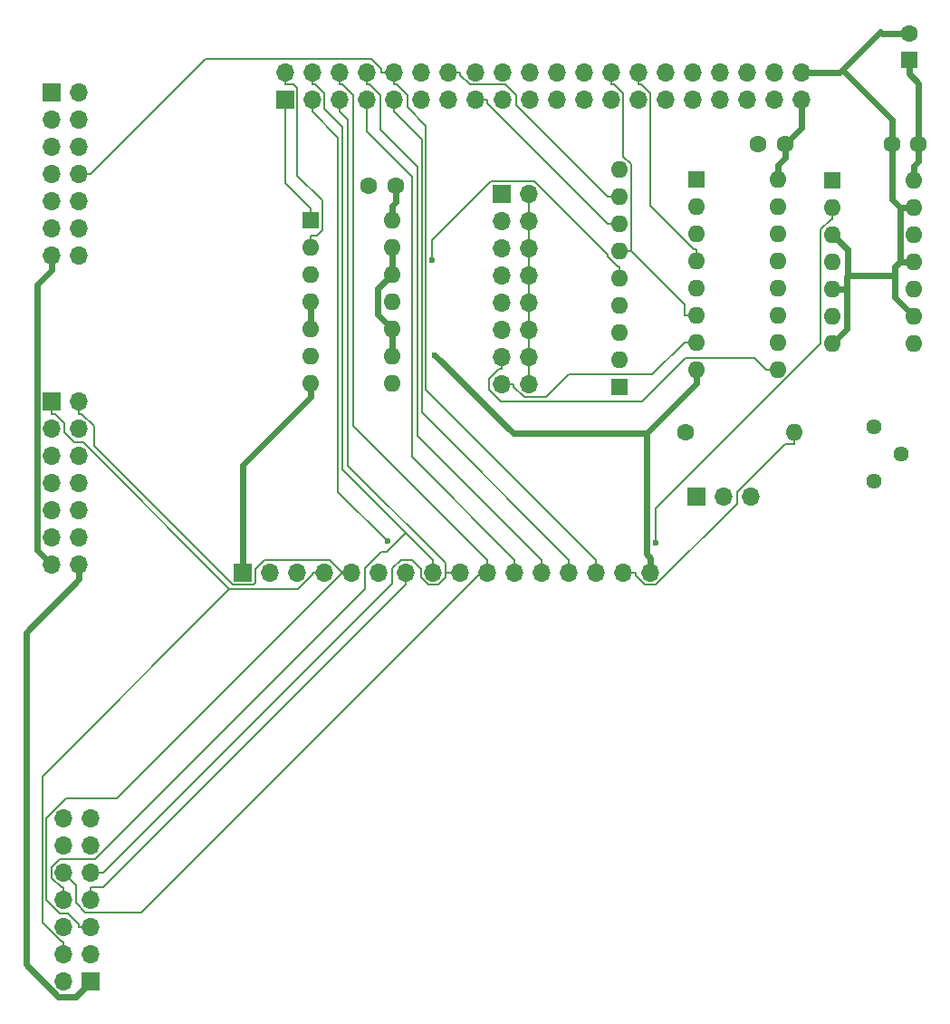
<source format=gbl>
G04 #@! TF.GenerationSoftware,KiCad,Pcbnew,(7.0.0-0)*
G04 #@! TF.CreationDate,2023-03-24T11:35:07+09:00*
G04 #@! TF.ProjectId,K68-SC1602,4b36382d-5343-4313-9630-322e6b696361,rev?*
G04 #@! TF.SameCoordinates,PX5f5e100PY8f0d180*
G04 #@! TF.FileFunction,Copper,L2,Bot*
G04 #@! TF.FilePolarity,Positive*
%FSLAX46Y46*%
G04 Gerber Fmt 4.6, Leading zero omitted, Abs format (unit mm)*
G04 Created by KiCad (PCBNEW (7.0.0-0)) date 2023-03-24 11:35:07*
%MOMM*%
%LPD*%
G01*
G04 APERTURE LIST*
G04 #@! TA.AperFunction,ComponentPad*
%ADD10R,1.600000X1.600000*%
G04 #@! TD*
G04 #@! TA.AperFunction,ComponentPad*
%ADD11O,1.600000X1.600000*%
G04 #@! TD*
G04 #@! TA.AperFunction,ComponentPad*
%ADD12R,1.700000X1.700000*%
G04 #@! TD*
G04 #@! TA.AperFunction,ComponentPad*
%ADD13O,1.700000X1.700000*%
G04 #@! TD*
G04 #@! TA.AperFunction,ComponentPad*
%ADD14C,1.600000*%
G04 #@! TD*
G04 #@! TA.AperFunction,ComponentPad*
%ADD15C,1.440000*%
G04 #@! TD*
G04 #@! TA.AperFunction,ViaPad*
%ADD16C,0.600000*%
G04 #@! TD*
G04 #@! TA.AperFunction,Conductor*
%ADD17C,0.600000*%
G04 #@! TD*
G04 #@! TA.AperFunction,Conductor*
%ADD18C,0.200000*%
G04 #@! TD*
G04 APERTURE END LIST*
D10*
X57249999Y60324999D03*
D11*
X57249999Y62864999D03*
X57249999Y65404999D03*
X57249999Y67944999D03*
X57249999Y70484999D03*
X57249999Y73024999D03*
X57249999Y75564999D03*
X57249999Y78104999D03*
X57249999Y80644999D03*
D12*
X64444999Y50024999D03*
D13*
X66984999Y50024999D03*
X69524999Y50024999D03*
D14*
X82750000Y83000000D03*
X85250000Y83000000D03*
D15*
X81100000Y51500000D03*
X83640000Y54040000D03*
X81100000Y56580000D03*
D14*
X63445000Y56025000D03*
D11*
X73604999Y56024999D03*
D14*
X70250000Y83000000D03*
X72750000Y83000000D03*
D10*
X84389999Y90849499D03*
D14*
X84390000Y93349500D03*
D12*
X4219999Y87779999D03*
D13*
X6759999Y87779999D03*
X4219999Y85239999D03*
X6759999Y85239999D03*
X4219999Y82699999D03*
X6759999Y82699999D03*
X4219999Y80159999D03*
X6759999Y80159999D03*
X4219999Y77619999D03*
X6759999Y77619999D03*
X4219999Y75079999D03*
X6759999Y75079999D03*
X4219999Y72539999D03*
X6759999Y72539999D03*
D10*
X28379999Y75899999D03*
D11*
X28379999Y73359999D03*
X28379999Y70819999D03*
X28379999Y68279999D03*
X28379999Y65739999D03*
X28379999Y63199999D03*
X28379999Y60659999D03*
X35999999Y60659999D03*
X35999999Y63199999D03*
X35999999Y65739999D03*
X35999999Y68279999D03*
X35999999Y70819999D03*
X35999999Y73359999D03*
X35999999Y75899999D03*
D12*
X46259999Y78339999D03*
D13*
X48799999Y78339999D03*
X46259999Y75799999D03*
X48799999Y75799999D03*
X46259999Y73259999D03*
X48799999Y73259999D03*
X46259999Y70719999D03*
X48799999Y70719999D03*
X46259999Y68179999D03*
X48799999Y68179999D03*
X46259999Y65639999D03*
X48799999Y65639999D03*
X46259999Y63099999D03*
X48799999Y63099999D03*
X46259999Y60559999D03*
X48799999Y60559999D03*
D10*
X64449999Y79699999D03*
D11*
X64449999Y77159999D03*
X64449999Y74619999D03*
X64449999Y72079999D03*
X64449999Y69539999D03*
X64449999Y66999999D03*
X64449999Y64459999D03*
X64449999Y61919999D03*
X72069999Y61919999D03*
X72069999Y64459999D03*
X72069999Y66999999D03*
X72069999Y69539999D03*
X72069999Y72079999D03*
X72069999Y74619999D03*
X72069999Y77159999D03*
X72069999Y79699999D03*
D12*
X22069999Y42969999D03*
D13*
X24609999Y42969999D03*
X27149999Y42969999D03*
X29689999Y42969999D03*
X32229999Y42969999D03*
X34769999Y42969999D03*
X37309999Y42969999D03*
X39849999Y42969999D03*
X42389999Y42969999D03*
X44929999Y42969999D03*
X47469999Y42969999D03*
X50009999Y42969999D03*
X52549999Y42969999D03*
X55089999Y42969999D03*
X57629999Y42969999D03*
X60169999Y42969999D03*
D12*
X26019999Y87159999D03*
D13*
X26019999Y89699999D03*
X28559999Y87159999D03*
X28559999Y89699999D03*
X31099999Y87159999D03*
X31099999Y89699999D03*
X33639999Y87159999D03*
X33639999Y89699999D03*
X36179999Y87159999D03*
X36179999Y89699999D03*
X38719999Y87159999D03*
X38719999Y89699999D03*
X41259999Y87159999D03*
X41259999Y89699999D03*
X43799999Y87159999D03*
X43799999Y89699999D03*
X46339999Y87159999D03*
X46339999Y89699999D03*
X48879999Y87159999D03*
X48879999Y89699999D03*
X51419999Y87159999D03*
X51419999Y89699999D03*
X53959999Y87159999D03*
X53959999Y89699999D03*
X56499999Y87159999D03*
X56499999Y89699999D03*
X59039999Y87159999D03*
X59039999Y89699999D03*
X61579999Y87159999D03*
X61579999Y89699999D03*
X64119999Y87159999D03*
X64119999Y89699999D03*
X66659999Y87159999D03*
X66659999Y89699999D03*
X69199999Y87159999D03*
X69199999Y89699999D03*
X71739999Y87159999D03*
X71739999Y89699999D03*
X74279999Y87159999D03*
X74279999Y89699999D03*
D12*
X4219999Y58909999D03*
D13*
X6759999Y58909999D03*
X4219999Y56369999D03*
X6759999Y56369999D03*
X4219999Y53829999D03*
X6759999Y53829999D03*
X4219999Y51289999D03*
X6759999Y51289999D03*
X4219999Y48749999D03*
X6759999Y48749999D03*
X4219999Y46209999D03*
X6759999Y46209999D03*
X4219999Y43669999D03*
X6759999Y43669999D03*
D14*
X33850000Y79100000D03*
X36350000Y79100000D03*
D10*
X77199999Y79624999D03*
D11*
X77199999Y77084999D03*
X77199999Y74544999D03*
X77199999Y72004999D03*
X77199999Y69464999D03*
X77199999Y66924999D03*
X77199999Y64384999D03*
X84819999Y64384999D03*
X84819999Y66924999D03*
X84819999Y69464999D03*
X84819999Y72004999D03*
X84819999Y74544999D03*
X84819999Y77084999D03*
X84819999Y79624999D03*
D12*
X7869999Y4749999D03*
D13*
X5329999Y4749999D03*
X7869999Y7289999D03*
X5329999Y7289999D03*
X7869999Y9829999D03*
X5329999Y9829999D03*
X7869999Y12369999D03*
X5329999Y12369999D03*
X7869999Y14909999D03*
X5329999Y14909999D03*
X7869999Y17449999D03*
X5329999Y17449999D03*
X7869999Y19989999D03*
X5329999Y19989999D03*
D16*
X39785800Y72147800D03*
X60641700Y45706000D03*
X35629900Y45862900D03*
X40033500Y63262700D03*
D17*
X6760000Y43670000D02*
X6760000Y42319900D01*
X6760000Y42319900D02*
X1780000Y37339900D01*
X1780000Y37339900D02*
X1780000Y6344000D01*
X1780000Y6344000D02*
X4775300Y3348700D01*
X4775300Y3348700D02*
X6468700Y3348700D01*
X6468700Y3348700D02*
X7870000Y4750000D01*
D18*
X47410100Y60321700D02*
X47410100Y60560000D01*
X48347700Y59384100D02*
X47410100Y60321700D01*
X50434100Y59384100D02*
X48347700Y59384100D01*
X52503500Y61453500D02*
X50434100Y59384100D01*
X60343400Y61453500D02*
X52503500Y61453500D01*
X63349900Y64460000D02*
X60343400Y61453500D01*
X64450000Y64460000D02*
X63349900Y64460000D01*
X46260000Y60560000D02*
X47410100Y60560000D01*
X46021700Y61949900D02*
X46260000Y61949900D01*
X45105400Y61033600D02*
X46021700Y61949900D01*
X45105400Y60015100D02*
X45105400Y61033600D01*
X46178700Y58941800D02*
X45105400Y60015100D01*
X59357200Y58941800D02*
X46178700Y58941800D01*
X63436300Y63020900D02*
X59357200Y58941800D01*
X69869000Y63020900D02*
X63436300Y63020900D01*
X70969900Y61920000D02*
X69869000Y63020900D01*
X72070000Y61920000D02*
X70969900Y61920000D01*
X46260000Y63100000D02*
X46260000Y61949900D01*
X57250000Y70485000D02*
X57250000Y71585100D01*
X39785800Y73992800D02*
X39785800Y72147800D01*
X45283200Y79490200D02*
X39785800Y73992800D01*
X49304900Y79490200D02*
X45283200Y79490200D01*
X56149900Y72645200D02*
X49304900Y79490200D01*
X56149900Y72512600D02*
X56149900Y72645200D01*
X57077400Y71585100D02*
X56149900Y72512600D01*
X57250000Y71585100D02*
X57077400Y71585100D01*
X64222000Y73180100D02*
X64450000Y73180100D01*
X60190100Y77212000D02*
X64222000Y73180100D01*
X60190100Y87687400D02*
X60190100Y77212000D01*
X59327600Y88549900D02*
X60190100Y87687400D01*
X59040000Y88549900D02*
X59327600Y88549900D01*
X59040000Y89700000D02*
X59040000Y88549900D01*
X64450000Y72080000D02*
X64450000Y73180100D01*
X72746500Y54924900D02*
X73605000Y54924900D01*
X68255000Y50433400D02*
X72746500Y54924900D01*
X68255000Y49403200D02*
X68255000Y50433400D01*
X60665800Y41814000D02*
X68255000Y49403200D01*
X59648600Y41814000D02*
X60665800Y41814000D01*
X58780100Y42682500D02*
X59648600Y41814000D01*
X58780100Y42970000D02*
X58780100Y42682500D01*
X57630000Y42970000D02*
X58780100Y42970000D01*
X73605000Y56025000D02*
X73605000Y54924900D01*
X60641700Y48921000D02*
X60641700Y45706000D01*
X76099900Y64379200D02*
X60641700Y48921000D01*
X76099900Y75022400D02*
X76099900Y64379200D01*
X77062400Y75984900D02*
X76099900Y75022400D01*
X77200000Y75984900D02*
X77062400Y75984900D01*
X77200000Y77085000D02*
X77200000Y75984900D01*
X63349900Y68025200D02*
X58350100Y73025000D01*
X63349900Y67000000D02*
X63349900Y68025200D01*
X57250000Y73025000D02*
X58350100Y73025000D01*
X64450000Y67000000D02*
X63349900Y67000000D01*
X58350100Y81102000D02*
X58350100Y73025000D01*
X57650100Y81802000D02*
X58350100Y81102000D01*
X57650100Y87687400D02*
X57650100Y81802000D01*
X56787600Y88549900D02*
X57650100Y87687400D01*
X56500000Y88549900D02*
X56787600Y88549900D01*
X56500000Y89700000D02*
X56500000Y88549900D01*
X47610000Y86644900D02*
X56149900Y78105000D01*
X47610000Y87578400D02*
X47610000Y86644900D01*
X46638500Y88549900D02*
X47610000Y87578400D01*
X43272600Y88549900D02*
X46638500Y88549900D01*
X42410100Y89412400D02*
X43272600Y88549900D01*
X42410100Y89700000D02*
X42410100Y89412400D01*
X41260000Y89700000D02*
X42410100Y89700000D01*
X57250000Y78105000D02*
X56149900Y78105000D01*
X48800000Y60560000D02*
X48800000Y63100000D01*
X48800000Y63100000D02*
X48800000Y65640000D01*
X48800000Y65640000D02*
X48800000Y68180000D01*
X48800000Y75800000D02*
X48800000Y78340000D01*
X48800000Y73260000D02*
X48800000Y75800000D01*
X48800000Y73260000D02*
X48800000Y72109900D01*
X48800000Y68180000D02*
X48800000Y70720000D01*
X48800000Y70720000D02*
X48800000Y72109900D01*
X26020000Y89700000D02*
X26020000Y88549900D01*
X28380000Y73360000D02*
X28380000Y74460100D01*
X28996900Y74460100D02*
X28380000Y74460100D01*
X29480200Y74943400D02*
X28996900Y74460100D01*
X29480200Y77736000D02*
X29480200Y74943400D01*
X27170100Y80046100D02*
X29480200Y77736000D01*
X27170100Y88190500D02*
X27170100Y80046100D01*
X26810700Y88549900D02*
X27170100Y88190500D01*
X26020000Y88549900D02*
X26810700Y88549900D01*
X28380000Y75900000D02*
X28380000Y77000100D01*
X26020000Y79360100D02*
X26020000Y87160000D01*
X28380000Y77000100D02*
X26020000Y79360100D01*
X44950100Y86764800D02*
X56149900Y75565000D01*
X44950100Y87160000D02*
X44950100Y86764800D01*
X43800000Y87160000D02*
X44950100Y87160000D01*
X57250000Y75565000D02*
X56149900Y75565000D01*
X32230000Y42970000D02*
X31655000Y42970000D01*
X6760000Y58910000D02*
X6760000Y57759900D01*
X7870000Y9830000D02*
X6719900Y9830000D01*
X6998300Y57759900D02*
X6760000Y57759900D01*
X8149800Y56608400D02*
X6998300Y57759900D01*
X8149800Y54765800D02*
X8149800Y56608400D01*
X21095700Y41819900D02*
X8149800Y54765800D01*
X23050100Y41819900D02*
X21095700Y41819900D01*
X23220400Y41990200D02*
X23050100Y41819900D01*
X23220400Y43244200D02*
X23220400Y41990200D01*
X24101000Y44124800D02*
X23220400Y43244200D01*
X30200200Y44124800D02*
X24101000Y44124800D01*
X31349600Y42975400D02*
X30200200Y44124800D01*
X31649600Y42975400D02*
X31349600Y42975400D01*
X31655000Y42970000D02*
X31649600Y42975400D01*
X6719900Y10068300D02*
X6719900Y9830000D01*
X5688200Y11100000D02*
X6719900Y10068300D01*
X4933600Y11100000D02*
X5688200Y11100000D01*
X3703700Y12329900D02*
X4933600Y11100000D01*
X3703700Y20025800D02*
X3703700Y12329900D01*
X5567100Y21889200D02*
X3703700Y20025800D01*
X10263400Y21889200D02*
X5567100Y21889200D01*
X31349600Y42975400D02*
X10263400Y21889200D01*
X4220000Y58910000D02*
X4220000Y57759900D01*
X5330000Y7290000D02*
X5330000Y8440100D01*
X28539900Y42731700D02*
X28539900Y42970000D01*
X27227900Y41419700D02*
X28539900Y42731700D01*
X20816400Y41419700D02*
X27227900Y41419700D01*
X7136100Y55100000D02*
X20816400Y41419700D01*
X6341600Y55100000D02*
X7136100Y55100000D01*
X5370100Y56071500D02*
X6341600Y55100000D01*
X5370100Y56897400D02*
X5370100Y56071500D01*
X4507600Y57759900D02*
X5370100Y56897400D01*
X4220000Y57759900D02*
X4507600Y57759900D01*
X29690000Y42970000D02*
X28539900Y42970000D01*
X5091700Y8440100D02*
X5330000Y8440100D01*
X3303600Y10228200D02*
X5091700Y8440100D01*
X3303600Y23906900D02*
X3303600Y10228200D01*
X20816400Y41419700D02*
X3303600Y23906900D01*
X36180000Y89700000D02*
X35029900Y89700000D01*
X36180000Y89700000D02*
X36180000Y88549900D01*
X6760000Y80160000D02*
X7810100Y80160000D01*
X35029900Y89987500D02*
X35029900Y89700000D01*
X34117700Y90899700D02*
X35029900Y89987500D01*
X18549800Y90899700D02*
X34117700Y90899700D01*
X7810100Y80160000D02*
X18549800Y90899700D01*
X55090000Y42970000D02*
X55090000Y44120100D01*
X39185700Y60024400D02*
X55090000Y44120100D01*
X39185700Y84684400D02*
X39185700Y60024400D01*
X37450000Y86420100D02*
X39185700Y84684400D01*
X37450000Y87518200D02*
X37450000Y86420100D01*
X36418300Y88549900D02*
X37450000Y87518200D01*
X36180000Y88549900D02*
X36418300Y88549900D01*
X36180000Y87160000D02*
X36180000Y86009900D01*
X52550000Y42970000D02*
X52550000Y44120100D01*
X38785600Y57884500D02*
X52550000Y44120100D01*
X38785600Y83404300D02*
X38785600Y57884500D01*
X36180000Y86009900D02*
X38785600Y83404300D01*
X50010000Y42970000D02*
X50010000Y44120100D01*
X33640000Y89700000D02*
X33640000Y88549900D01*
X38385500Y55744600D02*
X50010000Y44120100D01*
X38385500Y80876000D02*
X38385500Y55744600D01*
X34910000Y84351500D02*
X38385500Y80876000D01*
X34910000Y87518200D02*
X34910000Y84351500D01*
X33878300Y88549900D02*
X34910000Y87518200D01*
X33640000Y88549900D02*
X33878300Y88549900D01*
X47470000Y42970000D02*
X47470000Y44120100D01*
X33640100Y86009900D02*
X33640000Y86009900D01*
X33640100Y84135300D02*
X33640100Y86009900D01*
X37850200Y79925200D02*
X33640100Y84135300D01*
X37850200Y53739900D02*
X37850200Y79925200D01*
X47470000Y44120100D02*
X37850200Y53739900D01*
X33640000Y87160000D02*
X33640000Y86009900D01*
X32396000Y56654100D02*
X44930000Y44120100D01*
X32396000Y87541400D02*
X32396000Y56654100D01*
X31387500Y88549900D02*
X32396000Y87541400D01*
X31100000Y88549900D02*
X31387500Y88549900D01*
X31100000Y89700000D02*
X31100000Y88549900D01*
X44930000Y42970000D02*
X44930000Y43545100D01*
X44930000Y43545100D02*
X44930000Y44120100D01*
X6503200Y13736800D02*
X5330000Y14910000D01*
X6503200Y12081300D02*
X6503200Y13736800D01*
X7364700Y11219800D02*
X6503200Y12081300D01*
X12604700Y11219800D02*
X7364700Y11219800D01*
X44930000Y43545100D02*
X12604700Y11219800D01*
X7870000Y14910000D02*
X9020100Y14910000D01*
X42390000Y42970000D02*
X41239900Y42970000D01*
X41000100Y42970000D02*
X41239900Y42970000D01*
X41000100Y42493600D02*
X41000100Y42970000D01*
X40326400Y41819900D02*
X41000100Y42493600D01*
X39373600Y41819900D02*
X40326400Y41819900D01*
X38699900Y42493600D02*
X39373600Y41819900D01*
X38699900Y43291100D02*
X38699900Y42493600D01*
X37864500Y44126500D02*
X38699900Y43291100D01*
X36834600Y44126500D02*
X37864500Y44126500D01*
X36040000Y43331900D02*
X36834600Y44126500D01*
X36040000Y41929900D02*
X36040000Y43331900D01*
X9020100Y14910000D02*
X36040000Y41929900D01*
X31100000Y87160000D02*
X31100000Y86009900D01*
X41000100Y43843700D02*
X41000100Y42970000D01*
X31876800Y52967000D02*
X41000100Y43843700D01*
X31876800Y85233100D02*
X31876800Y52967000D01*
X31100000Y86009900D02*
X31876800Y85233100D01*
X28560000Y89700000D02*
X28560000Y88549900D01*
X39850000Y42970000D02*
X39850000Y44120100D01*
X5091700Y13520100D02*
X5330000Y13520100D01*
X4179900Y14431900D02*
X5091700Y13520100D01*
X4179900Y15399800D02*
X4179900Y14431900D01*
X4960100Y16180000D02*
X4179900Y15399800D01*
X8256200Y16180000D02*
X4960100Y16180000D01*
X33500000Y41423800D02*
X8256200Y16180000D01*
X33500000Y43326600D02*
X33500000Y41423800D01*
X35029700Y44856300D02*
X33500000Y43326600D01*
X35481800Y44856300D02*
X35029700Y44856300D01*
X37297800Y46672300D02*
X35481800Y44856300D01*
X37297800Y46672300D02*
X39850000Y44120100D01*
X31383500Y52586600D02*
X37297800Y46672300D01*
X31383500Y84594800D02*
X31383500Y52586600D01*
X29710100Y86268200D02*
X31383500Y84594800D01*
X29710100Y87687400D02*
X29710100Y86268200D01*
X28847600Y88549900D02*
X29710100Y87687400D01*
X28560000Y88549900D02*
X28847600Y88549900D01*
X5330000Y12370000D02*
X5330000Y13520100D01*
X9010200Y13520100D02*
X7870000Y13520100D01*
X37310000Y41819900D02*
X9010200Y13520100D01*
X7870000Y12370000D02*
X7870000Y13520100D01*
X37310000Y42970000D02*
X37310000Y41819900D01*
X30983300Y50509500D02*
X35629900Y45862900D01*
X30983300Y83586600D02*
X30983300Y50509500D01*
X28560000Y86009900D02*
X30983300Y83586600D01*
X28560000Y87160000D02*
X28560000Y86009900D01*
D17*
X22070000Y42970000D02*
X22070000Y44320100D01*
X28380000Y60660000D02*
X28380000Y59359900D01*
X28380000Y65740000D02*
X28380000Y68280000D01*
X77860000Y89700000D02*
X78104800Y89944800D01*
X74280000Y89700000D02*
X77860000Y89700000D01*
X81810000Y93349500D02*
X84390000Y93349500D01*
X81660000Y93500000D02*
X81810000Y93349500D01*
X78104800Y89944800D02*
X81660000Y93500000D01*
X22070000Y53049900D02*
X22070000Y44320100D01*
X28380000Y59359900D02*
X22070000Y53049900D01*
X82750000Y85299600D02*
X82750000Y83000000D01*
X78104800Y89944800D02*
X82750000Y85299600D01*
X84820000Y77085000D02*
X83519900Y77085000D01*
X82750000Y77854900D02*
X83519900Y77085000D01*
X82750000Y83000000D02*
X82750000Y77854900D01*
X83044300Y68700700D02*
X83044300Y70677500D01*
X84820000Y66925000D02*
X83044300Y68700700D01*
X84820000Y72005000D02*
X83519900Y72005000D01*
X83519900Y77085000D02*
X83519900Y72005000D01*
X83044300Y71529400D02*
X83044300Y70677500D01*
X83519900Y72005000D02*
X83044300Y71529400D01*
X36000000Y63200000D02*
X36000000Y65740000D01*
X78587900Y73157100D02*
X77200000Y74545000D01*
X78587900Y70677500D02*
X78587900Y73157100D01*
X83044300Y70677500D02*
X78587900Y70677500D01*
X78500100Y70589700D02*
X78500100Y69465000D01*
X78587900Y70677500D02*
X78500100Y70589700D01*
X77200000Y69465000D02*
X78500100Y69465000D01*
X78500100Y65685100D02*
X78500100Y69465000D01*
X77200000Y64385000D02*
X78500100Y65685100D01*
X34698000Y69518000D02*
X36000000Y70820000D01*
X34698000Y67042000D02*
X34698000Y69518000D01*
X36000000Y65740000D02*
X34698000Y67042000D01*
X36000000Y70820000D02*
X36000000Y73360000D01*
X64450000Y61920000D02*
X64450000Y60619900D01*
X60170000Y42970000D02*
X60170000Y44320100D01*
X47351200Y55945000D02*
X40033500Y63262700D01*
X59775100Y55945000D02*
X47351200Y55945000D01*
X64450000Y60619900D02*
X59775100Y55945000D01*
X59775100Y44715000D02*
X60170000Y44320100D01*
X59775100Y55945000D02*
X59775100Y44715000D01*
X85250000Y88689400D02*
X85250000Y83000000D01*
X84390000Y89549400D02*
X85250000Y88689400D01*
X84390000Y90849500D02*
X84390000Y89549400D01*
X85250000Y81355100D02*
X85250000Y83000000D01*
X84820000Y80925100D02*
X85250000Y81355100D01*
X84820000Y79625000D02*
X84820000Y80925100D01*
X36350000Y77550100D02*
X36350000Y79100000D01*
X36000000Y77200100D02*
X36350000Y77550100D01*
X36000000Y75900000D02*
X36000000Y77200100D01*
X72070000Y79700000D02*
X72070000Y81000100D01*
X72750000Y81680100D02*
X72070000Y81000100D01*
X72750000Y83000000D02*
X72750000Y81680100D01*
X2869800Y69839700D02*
X4220000Y71189900D01*
X2869800Y45020200D02*
X2869800Y69839700D01*
X4220000Y43670000D02*
X2869800Y45020200D01*
X4220000Y72540000D02*
X4220000Y71189900D01*
X74280000Y84530000D02*
X72750000Y83000000D01*
X74280000Y87160000D02*
X74280000Y84530000D01*
M02*

</source>
